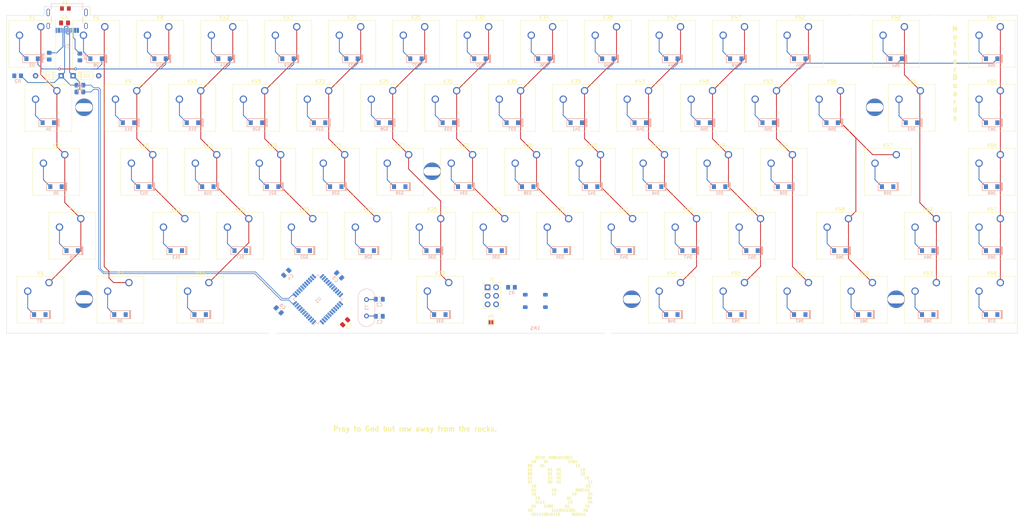
<source format=kicad_pcb>
(kicad_pcb (version 20211014) (generator pcbnew)
  (layers (0 "F.Cu" signal) (31 "B.Cu" signal) (34 "B.Paste" user) (35 "F.Paste" user) (36 "B.SilkS" user "B.Silkscreen") (37 "F.SilkS" user "F.Silkscreen") (38 "B.Mask" user) (39 "F.Mask" user) (44 "Edge.Cuts" user))
  (net 0 "")
  (net 1 "/Switch Matrix/COL0")
  (net 2 "Net-(D3-Pad2)")
  (net 3 "Net-(D4-Pad2)")
  (net 4 "Net-(D5-Pad2)")
  (net 5 "Net-(D6-Pad2)")
  (net 6 "Net-(D7-Pad2)")
  (net 7 "/Switch Matrix/COL1")
  (net 8 "Net-(D8-Pad2)")
  (net 9 "Net-(D9-Pad2)")
  (net 10 "/Switch Matrix/COL2")
  (net 11 "Net-(D10-Pad2)")
  (net 12 "Net-(D11-Pad2)")
  (net 13 "Net-(D12-Pad2)")
  (net 14 "Net-(D13-Pad2)")
  (net 15 "/Switch Matrix/COL3")
  (net 16 "Net-(D14-Pad2)")
  (net 17 "Net-(D15-Pad2)")
  (net 18 "Net-(D16-Pad2)")
  (net 19 "Net-(D17-Pad2)")
  (net 20 "Net-(D18-Pad2)")
  (net 21 "/Switch Matrix/COL4")
  (net 22 "Net-(D19-Pad2)")
  (net 23 "Net-(D20-Pad2)")
  (net 24 "Net-(D21-Pad2)")
  (net 25 "Net-(D22-Pad2)")
  (net 26 "/Switch Matrix/COL5")
  (net 27 "Net-(D23-Pad2)")
  (net 28 "Net-(D24-Pad2)")
  (net 29 "Net-(D25-Pad2)")
  (net 30 "Net-(D26-Pad2)")
  (net 31 "/Switch Matrix/COL6")
  (net 32 "Net-(D27-Pad2)")
  (net 33 "Net-(D28-Pad2)")
  (net 34 "Net-(D29-Pad2)")
  (net 35 "Net-(D30-Pad2)")
  (net 36 "Net-(D31-Pad2)")
  (net 37 "/Switch Matrix/COL7")
  (net 38 "Net-(D32-Pad2)")
  (net 39 "Net-(D33-Pad2)")
  (net 40 "Net-(D34-Pad2)")
  (net 41 "Net-(D35-Pad2)")
  (net 42 "/Switch Matrix/COL8")
  (net 43 "Net-(D36-Pad2)")
  (net 44 "Net-(D37-Pad2)")
  (net 45 "Net-(D38-Pad2)")
  (net 46 "Net-(D39-Pad2)")
  (net 47 "/Switch Matrix/COL9")
  (net 48 "Net-(D40-Pad2)")
  (net 49 "Net-(D41-Pad2)")
  (net 50 "Net-(D42-Pad2)")
  (net 51 "Net-(D43-Pad2)")
  (net 52 "/Switch Matrix/COL10")
  (net 53 "Net-(D44-Pad2)")
  (net 54 "Net-(D45-Pad2)")
  (net 55 "Net-(D46-Pad2)")
  (net 56 "Net-(D47-Pad2)")
  (net 57 "Net-(D48-Pad2)")
  (net 58 "/Switch Matrix/COL11")
  (net 59 "Net-(D49-Pad2)")
  (net 60 "Net-(D50-Pad2)")
  (net 61 "Net-(D51-Pad2)")
  (net 62 "Net-(D52-Pad2)")
  (net 63 "Net-(D53-Pad2)")
  (net 64 "/Switch Matrix/COL12")
  (net 65 "Net-(D54-Pad2)")
  (net 66 "Net-(D55-Pad2)")
  (net 67 "Net-(D56-Pad2)")
  (net 68 "Net-(D57-Pad2)")
  (net 69 "/Switch Matrix/COL13")
  (net 70 "Net-(D58-Pad2)")
  (net 71 "Net-(D59-Pad2)")
  (net 72 "Net-(D60-Pad2)")
  (net 73 "Net-(D61-Pad2)")
  (net 74 "/Switch Matrix/COL14")
  (net 75 "Net-(D62-Pad2)")
  (net 76 "Net-(D63-Pad2)")
  (net 77 "Net-(D64-Pad2)")
  (net 78 "Net-(D65-Pad2)")
  (net 79 "/Switch Matrix/COL15")
  (net 80 "Net-(D66-Pad2)")
  (net 81 "Net-(D67-Pad2)")
  (net 82 "Net-(D68-Pad2)")
  (net 83 "Net-(D69-Pad2)")
  (net 84 "Net-(D70-Pad2)")
  (net 85 "/MOSI")
  (net 86 "/MISO")
  (net 87 "/SCK")
  (net 88 "/RST")
  (net 89 "+5V")
  (net 90 "GND")
  (net 91 "Net-(C2-Pad1)")
  (net 92 "Net-(C1-Pad1)")
  (net 93 "Net-(J2-PadA4)")
  (net 95 "/D+")
  (net 96 "/D-")
  (net 99 "Net-(D1-Pad1)")
  (net 101 "Net-(D2-Pad1)")
  (net 102 "/Switch Matrix/ROW0")
  (net 103 "/Switch Matrix/ROW1")
  (net 104 "/Switch Matrix/ROW2")
  (net 105 "/Switch Matrix/ROW3")
  (net 106 "/Switch Matrix/ROW4")
  (net 107 "Net-(J2-PadA5)")
  (net 110 "Net-(J2-PadB5)")
  (net 112 "Net-(JP1-Pad1)")
  (footprint "Button_Switch_Keyboard:SW_Cherry_MX_1.00u_PCB" (layer "F.Cu") (at 174.4218 127.635)
    (fp_text reference "K22")
    (fp_text value "KEYSW")
  )
  (footprint "Button_Switch_Keyboard:SW_Cherry_MX_1.00u_PCB" (layer "F.Cu") (at 126.7968 108.585)
    (fp_text reference "K8")
    (fp_text value "KEYSW")
  )
  (footprint "Button_Switch_Keyboard:SW_Cherry_MX_1.00u_PCB" (layer "F.Cu") (at 245.872 165.735)
    (fp_text reference "K37")
    (fp_text value "KEYSW")
  )
  (footprint "Button_Switch_Keyboard:SW_Cherry_MX_1.00u_PCB" (layer "F.Cu") (at 169.672 165.735)
    (fp_text reference "K20")
    (fp_text value "KEYSW")
  )
  (footprint "Button_Switch_Keyboard:SW_Cherry_MX_1.00u_PCB" (layer "F.Cu") (at 307.7718 127.635)
    (fp_text reference "K53")
    (fp_text value "KEYSW")
  )
  (footprint "keyboard_parts:SOLDER_JUMPER_2" (layer "F.Cu") (at 222.758 196.596)
    (fp_text reference "JP1")
    (fp_text value "Bootloader Jumper" hide)
  )
  (footprint "Button_Switch_Keyboard:SW_Cherry_MX_1.00u_PCB" (layer "F.Cu") (at 283.972 165.735)
    (fp_text reference "K45")
    (fp_text value "KEYSW")
  )
  (footprint "Button_Switch_Keyboard:SW_Cherry_MX_1.00u_PCB" (layer "F.Cu") (at 198.2216 146.685)
    (fp_text reference "K27")
    (fp_text value "KEYSW")
  )
  (footprint "Button_Switch_Keyboard:SW_Cherry_MX_1.00u_PCB" (layer "F.Cu") (at 250.6218 127.635)
    (fp_text reference "K39")
    (fp_text value "KEYSW")
  )
  (footprint "Button_Switch_Keyboard:SW_Cherry_MX_1.00u_PCB" (layer "F.Cu") (at 202.9968 108.585)
    (fp_text reference "K25")
    (fp_text value "KEYSW")
  )
  (footprint "Button_Switch_Keyboard:SW_Cherry_MX_1.00u_PCB" (layer "F.Cu") (at 279.1968 108.585)
    (fp_text reference "K42")
    (fp_text value "KEYSW")
  )
  (footprint "keyboard_parts:M2 Mounting Hole" (layer "F.Cu") (at 343.408 189.738)
    (fp_text reference "REF**" hide)
    (fp_text value "M2 Mounting Hole" hide)
  )
  (footprint "Button_Switch_Keyboard:SW_Cherry_MX_1.00u_PCB" (layer "F.Cu") (at 269.6718 127.635)
    (fp_text reference "K43")
    (fp_text value "KEYSW")
  )
  (footprint "Button_Switch_Keyboard:SW_Cherry_MX_1.00u_PCB" (layer "F.Cu") (at 260.1468 108.585)
    (fp_text reference "K38")
    (fp_text value "KEYSW")
  )
  (footprint "Button_Switch_Keyboard:SW_Cherry_MX_1.00u_PCB" (layer "F.Cu") (at 131.572 165.735)
    (fp_text reference "K11")
    (fp_text value "KEYSW")
  )
  (footprint "Button_Switch_Keyboard:SW_Cherry_MX_2.00u_PCB" (layer "F.Cu") (at 345.8718 108.585)
    (fp_text reference "K60")
    (fp_text value "KEYSW")
  )
  (footprint "Button_Switch_Keyboard:SW_Cherry_MX_1.00u_PCB" (layer "F.Cu") (at 241.0968 108.585)
    (fp_text reference "K34")
    (fp_text value "KEYSW")
  )
  (footprint "Button_Switch_Keyboard:SW_Cherry_MX_1.00u_PCB" (layer "F.Cu") (at 336.3468 184.785)
    (fp_text reference "K59")
    (fp_text value "KEYSW")
  )
  (footprint "Button_Switch_Keyboard:SW_Cherry_MX_1.25u_PCB" (layer "F.Cu") (at 114.9343 184.785)
    (fp_text reference "K7")
    (fp_text value "KEYSW")
  )
  (footprint "Fuse:Fuse_0805_2012Metric_Pad1.15x1.40mm_HandSolder" (layer "F.Cu") (at 96.012 103.124)
    (fp_text reference "F1")
    (fp_text value "500mA")
  )
  (footprint "Button_Switch_Keyboard:SW_Cherry_MX_1.00u_PCB" (layer "F.Cu") (at 298.2468 108.585)
    (fp_text reference "K47")
    (fp_text value "KEYSW")
  )
  (footprint "Button_Switch_Keyboard:SW_Cherry_MX_1.00u_PCB" (layer "F.Cu") (at 312.5216 146.685)
    (fp_text reference "K54")
    (fp_text value "KEYSW")
  )
  (footprint "Button_Switch_Keyboard:SW_Cherry_MX_2.25u_PCB" (layer "F.Cu") (at 100.5993 165.7246)
    (fp_text reference "K4")
    (fp_text value "KEYSW")
  )
  (footprint "Button_Switch_Keyboard:SW_Cherry_MX_2.25u_PCB" (layer "F.Cu") (at 343.4716 146.685)
    (fp_text reference "K57")
    (fp_text value "KEYSW")
  )
  (footprint "Button_Switch_Keyboard:SW_Cherry_MX_1.00u_PCB" (layer "F.Cu") (at 279.1968 184.785)
    (fp_text reference "K46")
    (fp_text value "KEYSW")
  )
  (footprint "Button_Switch_Keyboard:SW_Cherry_MX_1.00u_PCB" (layer "F.Cu") (at 374.4468 127.635)
    (fp_text reference "K65")
    (fp_text value "KEYSW")
  )
  (footprint "Button_Switch_Keyboard:SW_Cherry_MX_1.00u_PCB" (layer "F.Cu") (at 222.0468 108.585)
    (fp_text reference "K30")
    (fp_text value "KEYSW")
  )
  (footprint "Button_Switch_Keyboard:SW_Cherry_MX_1.00u_PCB" (layer "F.Cu") (at 274.4216 146.685)
    (fp_text reference "K44")
    (fp_text value "KEYSW")
  )
  (footprint "Button_Switch_Keyboard:SW_Cherry_MX_1.00u_PCB" (layer "F.Cu") (at 160.1216 146.685)
    (fp_text reference "K19")
    (fp_text value "KEYSW")
  )
  (footprint "Button_Switch_Keyboard:SW_Cherry_MX_1.50u_PCB" (layer "F.Cu") (at 350.6216 127.635)
    (fp_text reference "K61")
    (fp_text value "KEYSW")
  )
  (footprint "Button_Switch_Keyboard:SW_Cherry_MX_1.00u_PCB" (layer "F.Cu") (at 374.4468 108.585)
    (fp_text reference "K64")
    (fp_text value "KEYSW")
  )
  (footprint "keyboard_parts:M2 Mounting Hole" (layer "F.Cu") (at 337.058 132.588)
    (fp_text reference "REF**" hide)
    (fp_text value "M2 Mounting Hole" hide)
  )
  (footprint "Button_Switch_Keyboard:SW_Cherry_MX_1.00u_PCB" (layer "F.Cu") (at 374.4468 165.735)
    (fp_text reference "K67")
    (fp_text value "KEYSW")
  )
  (footprint "Button_Switch_Keyboard:SW_Cherry_MX_1.00u_PCB" (layer "F.Cu") (at 303.022 165.735)
    (fp_text reference "K50")
    (fp_text value "KEYSW")
  )
  (footprint "Button_Switch_Keyboard:SW_Cherry_MX_1.25u_PCB" (layer "F.Cu") (at 138.73805 184.785)
    (fp_text reference "K16")
    (fp_text value "KEYSW")
  )
  (footprint "keyboard_parts:M2 Mounting Hole" (layer "F.Cu") (at 264.668 189.738)
    (fp_text reference "REF**" hide)
    (fp_text value "M2 Mounting Hole" hide)
  )
  (footprint "Diode_THT:D_DO-35_SOD27_P7.62mm_Horizontal" (layer "F.Cu") (at 94.742 123.19 180)
    (fp_text reference "D1")
    (fp_text value "3.6V")
  )
  (footprint "Button_Switch_Keyboard:SW_Cherry_MX_1.75u_PCB" (layer "F.Cu") (at 95.81805 146.685)
    (fp_text reference "K3")
    (fp_text value "KEYSW")
  )
  (footprint "Button_Switch_Keyboard:SW_Cherry_MX_1.00u_PCB" (layer "F.Cu") (at 264.922 165.735)
    (fp_text reference "K41")
    (fp_text value "KEYSW")
  )
  (footprint "Button_Switch_Keyboard:SW_Cherry_MX_1.00u_PCB" (layer "F.Cu") (at 317.2968 184.785)
    (fp_text reference "K55")
    (fp_text value "KEYSW")
  )
  (footprint "Button_Switch_Keyboard:SW_Cherry_MX_1.00u_PCB" (layer "F.Cu") (at 136.3218 127.635)
    (fp_text reference "K13")
    (fp_text value "KEYSW")
  )
  (footprint "Button_Switch_Keyboard:SW_Cherry_MX_1.00u_PCB" (layer "F.Cu") (at 150.622 165.735)
    (fp_text reference "K15")
    (fp_text value "KEYSW")
  )
  (footprint "Button_Switch_Keyboard:SW_Cherry_MX_1.00u_PCB" (layer "F.Cu") (at 255.3716 146.685)
    (fp_text reference "K40")
    (fp_text value "KEYSW")
  )
  (footprint "Button_Switch_Keyboard:SW_Cherry_MX_1.00u_PCB" (layer "F.Cu") (at 155.3718 127.635)
    (fp_text reference "K18")
    (fp_text value "KEYSW")
  )
  (footprint "Button_Switch_Keyboard:SW_Cherry_MX_1.50u_PCB" (layer "F.Cu") (at 93.472 127.635)
    (fp_text reference "K2")
    (fp_text value "KEYSW")
  )
  (footprint "Button_Switch_Keyboard:SW_Cherry_MX_1.00u_PCB" (layer "F.Cu") (at 231.5718 127.635)
    (fp_text reference "K35")
    (fp_text value "KEYSW")
  )
  (footprint "Button_Switch_Keyboard:SW_Cherry_MX_1.00u_PCB" (layer "F.Cu") (at 164.8968 108.585)
    (fp_text reference "K17")
    (fp_text value "KEYSW")
  )
  (footprint "Button_Switch_Keyboard:SW_Cherry_MX_1.00u_PCB" (layer "F.Cu") (at 317.2968 108.585)
    (fp_text reference "K52")
    (fp_text value "KEYSW")
  )
  (footprint "Button_Switch_Keyboard:SW_Cherry_MX_1.00u_PCB" (layer "F.Cu") (at 88.6968 108.585)
    (fp_text reference "K1")
    (fp_text value "KEYSW")
  )
  (footprint "Button_Switch_Keyboard:SW_Cherry_MX_1.00u_PCB" (layer "F.Cu") (at 179.1716 146.685)
    (fp_text reference "K23")
    (fp_text value "KEYSW")
  )
  (footprint "Button_Switch_Keyboard:SW_Cherry_MX_1.00u_PCB" (layer "F.Cu") (at 145.8468 108.585)
    (fp_text reference "K12")
    (fp_text value "KEYSW")
  )
  (footprint "Connector_PinHeader_2.54mm:PinHeader_2x03_P2.54mm_Vertical" (layer "F.Cu") (at 221.742 186.182)
    (fp_text reference "J1")
    (fp_text value "ISP Headers")
  )
  (footprint "Button_Switch_Keyboard:SW_Cherry_MX_6.25u_PCB" (layer "F.Cu") (at 210.1618 184.7746)
    (fp_text reference "K29")
    (fp_text value "KEYSW")
  )
  (footprint "keyboard_parts:M2 Mounting Hole" (layer "F.Cu") (at 101.6 189.738)
    (fp_text reference "REF**" hide)
    (fp_text value "M2 Mounting Hole" hide)
  )
  (footprint "Button_Switch_Keyboard:SW_Cherry_MX_1.00u_PCB" (layer "F.Cu") (at 374.4468 146.685)
    (fp_text reference "K66")
    (fp_text value "KEYSW")
  )
  (footprint "Button_Switch_Keyboard:SW_Cherry_MX_1.00u_PCB" (layer "F.Cu") (at 326.8218 127.635)
    (fp_text reference "K56")
    (fp_text value "KEYSW")
  )
  (footprint "Capacitor_SMD:C_0805_2012Metric_Pad1.18x1.45mm_HandSolder" (layer "F.Cu") (at 95.758 107.442)
    (fp_text reference "C5")
    (fp_text value "4.7u")
  )
  (footprint "Button_Switch_Keyboard:SW_Cherry_MX_1.00u_PCB" (layer "F.Cu") (at 188.722 165.735)
    (fp_text reference "K24")
    (fp_text value "KEYSW")
  )
  (footprint "Button_Switch_Keyboard:SW_Cherry_MX_1.00u_PCB" (layer "F.Cu") (at 288.7218 127.635)
    (fp_text reference "K48")
    (fp_text value "KEYSW")
  )
  (footprint "Button_Switch_Keyboard:SW_Cherry_MX_1.00u_PCB" (layer "F.Cu") (at 293.4716 146.685)
    (fp_text reference "K49")
    (fp_text value "KEYSW")
  )
  (footprint "keyboard_parts:M2 Mounting Hole" (layer "F.Cu") (at 205.232 151.638)
    (fp_text reference "REF**" hide)
    (fp_text value "M2 Mounting Hole" hide)
  )
  (footprint "keyboard_parts:M2 Mounting Hole" (layer "F.Cu") (at 101.6 132.588)
    (fp_text reference "REF**" hide)
    (fp_text value "M2 Mounting Hole" hide)
  )
  (footprint "Button_Switch_Keyboard:SW_Cherry_MX_1.00u_PCB" (layer "F.Cu") (at 122.0216 146.685)
    (fp_text reference "K10")
    (fp_text value "KEYSW")
  )
  (footprint "Button_Switch_Keyboard:SW_Cherry_MX_1.75u_PCB" (layer "F.Cu") (at 329.2094 165.735)
    (fp_text reference "K58")
    (fp_text value "KEYSW")
  )
  (footprint "Button_Switch_Keyboard:SW_Cherry_MX_1.00u_PCB" (layer "F.Cu") (at 226.822 165.735)
    (fp_text reference "K33")
    (fp_text value "KEYSW")
  )
  (footprint "Button_Switch_Keyboard:SW_Cherry_MX_1.00u_PCB" (layer "F.Cu") (at 183.9468 108.585)
    (fp_text reference "K21")
    (fp_text value "KEYSW")
  )
  (footprint "Capacitor_SMD:C_0805_2012Metric_Pad1.18x1.45mm_HandSolder" (layer "F.Cu") (at 179.324 196.596 -135)
    (fp_text reference "C7")
    (fp_text value "0.1u")
  )
  (footprint "Button_Switch_Keyboard:SW_Cherry_MX_1.00u_PCB" (layer "F.Cu") (at 355.3968 165.735)
    (fp_text reference "K62")
    (fp_text value "KEYSW")
  )
  (footprint "Diode_THT:D_DO-35_SOD27_P7.62mm_Horizontal" (layer "F.Cu") (at 98.298 123.19)
    (fp_text reference "D2")
    (fp_text value "3.6V")
  )
  (footprint "Button_Switch_Keyboard:SW_Cherry_MX_1.00u_PCB" (layer "F.Cu") (at 355.3968 184.785)
    (fp_text reference "K63")
    (fp_text value "KEYSW")
  )
  (footprint "Button_Switch_Keyboard:SW_Cherry_MX_1.00u_PCB" (layer "F.Cu") (at 236.3216 146.685)
    (fp_text reference "K36")
    (fp_text value "KEYSW")
  )
  (footprint "Button_Switch_Keyboard:SW_Cherry_MX_1.00u_PCB" (layer "F.Cu") (at 207.772 165.735)
    (fp_text reference "K28")
    (fp_text value "KEYSW")
  )
  (footprint "Button_Switch_Keyboard:SW_Cherry_MX_1.00u_PCB" (layer "F.Cu") (at 217.2716 146.685)
    (fp_text reference "K32")
    (fp_text value "KEYSW")
  )
  (footprint "Button_Switch_Keyboard:SW_Cherry_MX_1.25u_PCB" (layer "F.Cu") (at 91.13055 184.785)
    (fp_text reference "K5")
    (fp_text value "KEYSW")
  )
  (footprint "Button_Switch_Keyboard:SW_Cherry_MX_1.00u_PCB" (layer "F.Cu") (at 212.5218 127.635)
    (fp_text reference "K31")
    (fp_text value "KEYSW")
  )
  (footprint "Button_Switch_Keyboard:SW_Cherry_MX_1.00u_PCB" (layer "F.Cu") (at 107.7468 108.585)
    (fp_text reference "K6")
    (fp_text value "KEYSW")
  )
  (footprint "Button_Switch_Keyboard:SW_Cherry_MX_1.00u_PCB" (layer "F.Cu") (at 141.0716 146.685)
    (fp_text reference "K14")
    (fp_text value "KEYSW")
  )
  (footprint "Button_Switch_Keyboard:SW_Cherry_MX_1.00u_PCB" (layer "F.Cu") (at 193.4718 127.635)
    (fp_text reference "K26")
    (fp_text value "KEYSW")
  )
  (footprint "Button_Switch_Keyboard:SW_Cherry_MX_1.00u_PCB" (layer "F.Cu") (at 374.4468 184.785)
    (fp_text reference "K68")
    (fp_text value "KEYSW")
  )
  (footprint "Button_Switch_Keyboard:SW_Cherry_MX_1.00u_PCB" (layer "F.Cu") (at 117.2718 127.635)
    (fp_text reference "K9")
    (fp_text value "KEYSW")
  )
  (footprint "Button_Switch_Keyboard:SW_Cherry_MX_1.00u_PCB" (layer "F.Cu") (at 298.2468 184.785)
    (fp_text reference "K51")
    (fp_text value "KEYSW")
  )
  (footprint "keyboard_parts:D_SOD123W_hand" (layer "B.Cu") (at 295.656 194.31 180)
    (fp_text reference "D53")
    (fp_text value "D" hide)
  )
  (footprint "keyboard_parts:D_SOD123W_hand" (layer "B.Cu") (at 252.73 156.21 180)
    (fp_text reference "D42")
    (fp_text value "D" hide)
  )
  (footprint "keyboard_parts:D_SOD123W_hand" (layer "B.Cu") (at 371.856 137.16 180)
    (fp_text reference "D67")
    (fp_text value "D" hide)
  )
  (footprint "keyboard_parts:D_SOD123W_hand" (layer "B.Cu") (at 124.206 118.11 180)
    (fp_text reference "D10")
    (fp_text value "D" hide)
  )
  (footprint "Resistor_SMD:R_0805_2012Metric_Pad1.20x1.40mm_HandSolder" (layer "B.Cu") (at 100.33 128.016 180)
    (fp_text reference "R4")
    (fp_text value "68")
  )
  (footprint "keyboard_parts:D_SOD123W_hand" (layer "B.Cu") (at 86.106 118.11 180)
    (fp_text reference "D3")
    (fp_text value "D" hide)
  )
  (footprint "keyboard_parts:D_SOD123W_hand" (layer "B.Cu") (at 176.53 156.21 180)
    (fp_text reference "D25")
    (fp_text value "D" hide)
  )
  (footprint "keyboard_parts:D_SOD123W_hand" (layer "B.Cu") (at 305.308 137.16 180)
    (fp_text reference "D55")
    (fp_text value "D" hide)
  )
  (footprint "keyboard_parts:D_SOD123W_hand" (layer "B.Cu") (at 324.358 137.16 180)
    (fp_text reference "D58")
    (fp_text value "D" hide)
  )
  (footprint "keyboard_parts:D_SOD123W_hand" (layer "B.Cu") (at 88.392 194.31 180)
    (fp_text reference "D7")
    (fp_text value "D" hide)
  )
  (footprint "Resistor_SMD:R_0805_2012Metric_Pad1.20x1.40mm_HandSolder" (layer "B.Cu") (at 81.788 123.19)
    (fp_text reference "R2")
    (fp_text value "1.5k")
  )
  (footprint "Capacitor_SMD:C_0805_2012Metric_Pad1.18x1.45mm_HandSolder" (layer "B.Cu") (at 189.484 194.818)
    (fp_text reference "C1")
    (fp_text value "22p")
  )
  (footprint "keyboard_parts:D_SOD123W_hand" (layer "B.Cu") (at 276.606 194.31 180)
    (fp_text reference "D48")
    (fp_text value "D" hide)
  )
  (footprint "Capacitor_SMD:C_0805_2012Metric_Pad1.18x1.45mm_HandSolder" (layer "B.Cu") (at 177.546 182.626 -45)
    (fp_text reference "C3")
    (fp_text value "0.1u")
  )
  (footprint "keyboard_parts:D_SOD123W_hand" (layer "B.Cu") (at 162.306 118.11 180)
    (fp_text reference "D19")
    (fp_text value "D" hide)
  )
  (footprint "keyboard_parts:D_SOD123W_hand" (layer "B.Cu") (at 105.156 118.11 180)
    (fp_text reference "D8")
    (fp_text value "D" hide)
  )
  (footprint "keyboard_parts:D_SOD123W_hand" (layer "B.Cu") (at 371.856 194.31 180)
    (fp_text reference "D70")
    (fp_text value "D" hide)
  )
  (footprint "keyboard_parts:D_SOD123W_hand" (layer "B.Cu") (at 90.932 137.16 180)
    (fp_text reference "D4")
    (fp_text value "D" hide)
  )
  (footprint "keyboard_parts:D_SOD123W_hand" (layer "B.Cu") (at 309.88 156.21 180)
    (fp_text reference "D56")
    (fp_text value "D" hide)
  )
  (footprint "keyboard_parts:D_SOD123W_hand" (layer "B.Cu") (at 340.868 156.21 180)
    (fp_text reference "D59")
    (fp_text value "D" hide)
  )
  (footprint "Resistor_SMD:R_0805_2012Metric_Pad1.20x1.40mm_HandSolder" (layer "B.Cu") (at 91.186 117.348 -90)
    (fp_text reference "R5")
    (fp_text value "5.1k")
  )
  (footprint "keyboard_parts:D_SOD123W_hand" (layer "B.Cu") (at 248.158 137.16 180)
    (fp_text reference "D41")
    (fp_text value "D" hide)
  )
  (footprint "Capacitor_SMD:C_0805_2012Metric_Pad1.18x1.45mm_HandSolder" (layer "B.Cu") (at 189.484 189.738)
    (fp_text reference "C2")
    (fp_text value "22p")
  )
  (footprint "keyboard_parts:D_SOD123W_hand" (layer "B.Cu") (at 229.108 137.16 180)
    (fp_text reference "D37")
    (fp_text value "D" hide)
  )
  (footprint "keyboard_parts:D_SOD123W_hand" (layer "B.Cu") (at 200.406 118.11 180)
    (fp_text reference "D27")
    (fp_text value "D" hide)
  )
  (footprint "keyboard_parts:D_SOD123W_hand" (layer "B.Cu") (at 210.058 137.16 180)
    (fp_text reference "D33")
    (fp_text value "D" hide)
  )
  (footprint "keyboard_parts:D_SOD123W_hand" (layer "B.Cu") (at 352.806 194.31 180)
    (fp_text reference "D65")
    (fp_text value "D" hide)
  )
  (footprint "Capacitor_SMD:C_0805_2012Metric_Pad1.18x1.45mm_HandSolder" (layer "B.Cu") (at 159.512 193.04 135)
    (fp_text reference "C6")
    (fp_text value "0.1u")
  )
  (footprint "keyboard_parts:D_SOD123W_hand" (layer "B.Cu") (at 214.63 156.21 180)
    (fp_text reference "D34")
    (fp_text value "D" hide)
  )
  (footprint "keyboard_parts:D_SOD123W_hand" (layer "B.Cu") (at 171.704 137.16 180)
    (fp_text reference "D24")
    (fp_text value "D" hide)
  )
  (footprint "keyboard_parts:D_SOD123W_hand" (layer "B.Cu") (at 352.806 175.26 180)
    (fp_text reference "D64")
    (fp_text value "D" hide)
  )
  (footprint "keyboard_parts:D_SOD123W_hand" (layer "B.Cu") (at 136.144 194.31 180)
    (fp_text reference "D18")
    (fp_text value "D" hide)
  )
  (footprint "keyboard_parts:D_SOD123W_hand" (layer "B.Cu") (at 333.756 194.31 180)
    (fp_text reference "D61")
    (fp_text value "D" hide)
  )
  (footprint "keyboard_parts:D_SOD123W_hand" (layer "B.Cu") (at 347.98 137.16 180)
    (fp_text reference "D63")
    (fp_text value "D" hide)
  )
  (footprint "keyboard_parts:D_SOD123W_hand" (layer "B.Cu") (at 371.856 156.21 180)
    (fp_text reference "D68")
    (fp_text value "D" hide)
  )
  (footprint "keyboard_parts:D_SOD123W_hand" (layer "B.Cu") (at 233.68 156.21 180)
    (fp_text reference "D38")
    (fp_text value "D" hide)
  )
  (footprint "keyboard_parts:D_SOD123W_hand" (layer "B.Cu") (at 276.606 118.11 180)
    (fp_text reference "D44")
    (fp_text value "D" hide)
  )
  (footprint "keyboard_parts:D_SOD123W_hand" (layer "B.Cu") (at 119.38 156.21 180)
    (fp_text reference "D12")
    (fp_text value "D" hide)
  )
  (footprint "keyboard_parts:D_SOD123W_hand" (layer "B.Cu") (at 314.706 118.11 180)
    (fp_text reference "D54")
    (fp_text value "D" hide)
  )
  (footprint "keyboard_parts:D_SOD123W_hand" (layer "B.Cu") (at 98.044 175.26 180)
    (fp_text reference "D6")
    (fp_text value "D" hide)
  )
  (footprint "Resistor_SMD:R_0805_2012Metric_Pad1.20x1.40mm_HandSolder" (layer "B.Cu") (at 100.33 117.602 90)
    (fp_text reference "R6")
    (fp_text value "5.1k")
  )
  (footprint "keyboard_parts:D_SOD123W_hand" (layer "B.Cu") (at 195.58 156.21 180)
    (fp_text reference "D29")
    (fp_text value "D" hide)
  )
  (footprint "keyboard_parts:D_SOD123W_hand" (layer "B.Cu") (at 238.506 118.11 180)
    (fp_text reference "D36")
    (fp_text value "D" hide)
  )
  (footprint "keyboard_parts:D_SOD123W_hand" (layer "B.Cu") (at 243.332 175.26 180)
    (fp_text reference "D39")
    (fp_text value "D" hide)
  )
  (footprint "keyboard_parts:D_SOD123W_hand" (layer "B.Cu") (at 143.256 118.11 180)
    (fp_text reference "D14")
    (fp_text value "D" hide)
  )
  (footprint "keyboard_parts:D_SOD123W_hand" (layer "B.Cu") (at 286.258 137.16 180)
    (fp_text reference "D50")
    (fp_text value "D" hide)
  )
  (footprint "keyboard_parts:D_SOD123W_hand" (layer "B.Cu") (at 93.218 156.21 180)
    (fp_text reference "D5")
    (fp_text value "D" hide)
  )
  (footprint "keyboard_parts:D_SOD123W_hand" (layer "B.Cu") (at 257.556 118.11 180)
    (fp_text reference "D40")
    (fp_text value "D" hide)
  )
  (footprint "keyboard_parts:D_SOD123W_hand" (layer "B.Cu") (at 112.268 194.31 180)
    (fp_text reference "D9")
    (fp_text value "D" hide)
  )
  (footprint "keyboard_parts:USB_C_2169900002" (layer "B.Cu") (at 96.52 104.182)
    (fp_text reference "J2")
    (fp_text value "USB C Port")
  )
  (footprint "keyboard_parts:D_SOD123W_hand" (layer "B.Cu") (at 224.282 175.26 180)
    (fp_text reference "D35")
    (fp_text value "D" hide)
  )
  (footprint "keyboard_parts:Clock_THT" (layer "B.Cu") (at 185.674 192.278 -90)
    (fp_text reference "Y1")
    (fp_text value "16MHz")
  )
  (footprint "keyboard_parts:D_SOD123W_hand" (layer "B.Cu") (at 314.706 194.31 180)
    (fp_text reference "D57")
    (fp_text value "D" hide)
  )
  (footprint "keyboard_parts:D_SOD123W_hand" (layer "B.Cu") (at 138.43 156.21 180)
    (fp_text reference "D16")
    (fp_text value "D" hide)
  )
  (footprint "Package_QFP:TQFP-44_10x10mm_P0.8mm" (layer "B.Cu") (at 171.196 189.738 45)
    (fp_text reference "U1")
    (fp_text value "ATmega32A-A")
  )
  (footprint "keyboard_parts:D_SOD123W_hand" (layer "B.Cu") (at 157.734 156.21 180)
    (fp_text reference "D21")
    (fp_text value "D" hide)
  )
  (footprint "keyboard_parts:D_SOD123W_hand" (layer "B.Cu") (at 290.83 156.21 180)
    (fp_text reference "D51")
    (fp_text value "D" hide)
  )
  (footprint "Resistor_SMD:R_0805_2012Metric_Pad1.20x1.40mm_HandSolder" (layer "B.Cu") (at 228.854 186.182)
    (fp_text reference "R1")
    (fp_text value "10k")
  )
  (footprint "keyboard_parts:D_SOD123W_hand" (layer "B.Cu") (at 295.656 118.11 180)
    (fp_text reference "D49")
    (fp_text value "D" hide)
  )
  (footprint "keyboard_parts:D_SOD123W_hand" (layer "B.Cu") (at 371.856 175.26 180)
    (fp_text reference "D69")
    (fp_text value "D" hide)
  )
  (footprint "keyboard_parts:D_SOD123W_hand" (layer "B.Cu") (at 129.032 175.26 180)
    (fp_text reference "D13")
    (fp_text value "D" hide)
  )
  (footprint "keyboard_parts:Pushbutton_PTS526" (layer "B.Cu") (at 235.966 190.246)
    (fp_text reference "SW1")
    (fp_text value "Reset SW")
  )
  (footprint "keyboard_parts:D_SOD123W_hand" (layer "B.Cu") (at 205.232 175.26 180)
    (fp_text reference "D30")
    (fp_text value "D" hide)
  )
  (footprint "keyboard_parts:D_SOD123W_hand" (layer "B.Cu") (at 114.808 137.16 180)
    (fp_text reference "D11")
    (fp_text value "D" hide)
  )
  (footprint "keyboard_parts:D_SOD123W_hand" (layer "B.Cu") (at 262.382 175.26 180)
    (fp_text reference "D43")
    (fp_text value "D" hide)
  )
  (footprint "keyboard_parts:D_SOD123W_hand" (layer "B.Cu") (at 281.432 175.26 180)
    (fp_text reference "D47")
    (fp_text value "D" hide)
  )
  (footprint "keyboard_parts:D_SOD123W_hand" (layer "B.Cu") (at 343.408 118.11 180)
    (fp_text reference "D62")
    (fp_text value "D" hide)
  )
  (footprint "keyboard_parts:D_SOD123W_hand" (layer "B.Cu") (at 326.644 175.26 180)
    (fp_text reference "D60")
    (fp_text value "D" hide)
  )
  (footprint "keyboard_parts:D_SOD123W_hand" (layer "B.Cu") (at 271.78 156.21 180)
    (fp_text reference "D46")
    (fp_text value "D" hide)
  )
  (footprint "Capacitor_SMD:C_0805_2012Metric_Pad1.18x1.45mm_HandSolder" (layer "B.Cu") (at 161.798 181.864 45)
    (fp_text reference "C4")
    (fp_text value "0.1u")
  )
  (footprint "keyboard_parts:D_SOD123W_hand" (layer "B.Cu") (at 167.132 175.26 180)
    (fp_text reference "D22")
    (fp_text value "D" hide)
  )
  (footprint "keyboard_parts:D_SOD123W_hand" (layer "B.Cu") (at 186.182 175.26 180)
    (fp_text reference "D26")
    (fp_text value "D" hide)
  )
  (footprint "keyboard_parts:D_SOD123W_hand" (layer "B.Cu") (at 191.008 137.16 180)
    (fp_text reference "D28")
    (fp_text value "D" hide)
  )
  (footprint "keyboard_parts:D_SOD123W_hand" (layer "B.Cu") (at 181.356 118.11 180)
    (fp_text reference "D23")
    (fp_text value "D" hide)
  )
  (footprint "keyboard_parts:D_SOD123W_hand" (layer "B.Cu") (at 207.518 194.31 180)
    (fp_text reference "D31")
    (fp_text value "D" hide)
  )
  (footprint "keyboard_parts:D_SOD123W_hand" (layer "B.Cu") (at 152.908 137.16 180)
    (fp_text reference "D20")
    (fp_text value "D" hide)
  )
  (footprint "keyboard_parts:D_SOD123W_hand" (layer "B.Cu") (at 133.858 137.16 180)
    (fp_text reference "D15")
    (fp_text value "D" hide)
  )
  (footprint "keyboard_parts:D_SOD123W_hand" (layer "B.Cu") (at 371.856 118.11 180)
    (fp_text reference "D66")
    (fp_text value "D" hide)
  )
  (footprint "keyboard_parts:D_SOD123W_hand" (layer "B.Cu") (at 300.482 175.26 180)
    (fp_text reference "D52")
    (fp_text value "D" hide)
  )
  (footprint "keyboard_parts:D_SOD123W_hand" (layer "B.Cu") (at 267.208 137.16 180)
    (fp_text reference "D45")
    (fp_text value "D" hide)
  )
  (footprint "Resistor_SMD:R_0805_2012Metric_Pad1.20x1.40mm_HandSolder" (layer "B.Cu") (at 100.33 125.984)
    (fp_text reference "R3")
    (fp_text value "68")
  )
  (footprint "keyboard_parts:D_SOD123W_hand" (layer "B.Cu") (at 148.082 175.26 180)
    (fp_text reference "D17")
    (fp_text value "D" hide)
  )
  (footprint "keyboard_parts:D_SOD123W_hand" (layer "B.Cu") (at 219.456 118.11 180)
    (fp_text reference "D32")
    (fp_text value "D" hide)
  )
  (gr_line (start 78.486 105.152) (end 78.486 199.898) (layer "Edge.Cuts") (width 0.1))
  (gr_line (start 89.662 102.616) (end 89.662 105.156) (layer "Edge.Cuts") (width 0.1))
  (gr_line (start 89.662 105.156) (end 78.486 105.152) (layer "Edge.Cuts") (width 0.1))
  (gr_line (start 103.378 102.616) (end 89.662 102.616) (layer "Edge.Cuts") (width 0.1))
  (gr_line (start 78.486 199.898) (end 379.486 199.898) (layer "Edge.Cuts") (width 0.1))
  (gr_line (start 103.378 105.156) (end 103.378 102.616) (layer "Edge.Cuts") (width 0.1))
  (gr_line (start 103.378 105.156) (end 379.486 105.152) (layer "Edge.Cuts") (width 0.1))
  (gr_line (start 379.486 199.898) (end 379.486 105.152) (layer "Edge.Cuts") (width 0.1))
  (gr_text "          0110  0001011011\n        10    01          1001\n      00    01                11\n      10        01  01          10\n      00        01  01          10\n      11        10  01            10\n      01        00  01              11\n        10                          01\n        01        10          000101\n        10        11        10      01\n          10              01        00\n          0111            10        01\n        01    1000      01        01\n      10          1110011001    00\n        011110010110      000101" (at 230.124 245.364) (layer "F.SilkS") (effects (font (size 0.75 0.75) (thickness 0.1875)) (justify left)))
  (gr_text "Pray to God but row away from the rocks.\n" (at 200.152 228.346) (layer "F.SilkS") (effects (font (size 1.5 1.5) (thickness 0.3))))
  (gr_text "M\no\nt\nh\ne\nr\nB\no\na\nr\nd\ns" (at 360.934 122.428) (layer "F.SilkS") (effects (font (size 1.5 1.5) (thickness 0.3))))
  (segment (start 93.472 144.33895) (end 95.81805 146.685) (width 0.25) (layer "F.Cu") (net 1))
  (segment (start 95.81805 160.94335) (end 100.5993 165.7246) (width 0.25) (layer "F.Cu") (net 1))
  (segment (start 93.472 127.635) (end 93.472 144.33895) (width 0.25) (layer "F.Cu") (net 1))
  (segment (start 100.5993 165.7246) (end 100.5993 175.31625) (width 0.25) (layer "F.Cu") (net 1))
  (segment (start 100.5993 175.31625) (end 91.13055 184.785) (width 0.25) (layer "F.Cu") (net 1))
  (segment (start 88.6968 108.585) (end 88.6968 122.8598) (width 0.25) (layer "F.Cu") (net 1))
  (segment (start 88.6968 122.8598) (end 93.472 127.635) (width 0.25) (layer "F.Cu") (net 1))
  (segment (start 95.81805 146.685) (end 95.81805 160.94335) (width 0.25) (layer "F.Cu") (net 1))
  (segment (start 82.3468 111.125) (end 82.3468 116.0508) (width 0.25) (layer "B.Cu") (net 2))
  (segment (start 82.3468 116.0508) (end 84.406 118.11) (width 0.25) (layer "B.Cu") (net 2))
  (segment (start 87.122 135.05) (end 89.232 137.16) (width 0.25) (layer "B.Cu") (net 3))
  (segment (start 87.122 130.175) (end 87.122 135.05) (width 0.25) (layer "B.Cu") (net 3))
  (segment (start 89.46805 154.16005) (end 91.518 156.21) (width 0.25) (layer "B.Cu") (net 4))
  (segment (start 89.46805 149.225) (end 89.46805 154.16005) (width 0.25) (layer "B.Cu") (net 4))
  (segment (start 94.2493 168.2646) (end 94.2493 173.1653) (width 0.25) (layer "B.Cu") (net 5))
  (segment (start 94.2493 173.1653) (end 96.344 175.26) (width 0.25) (layer "B.Cu") (net 5))
  (segment (start 84.78055 192.39855) (end 86.692 194.31) (width 0.25) (layer "B.Cu") (net 6))
  (segment (start 84.78055 187.325) (end 84.78055 192.39855) (width 0.25) (layer "B.Cu") (net 6))
  (segment (start 107.584779 180.02816) (end 108.966 181.409382) (width 0.25) (layer "F.Cu") (net 7))
  (segment (start 107.584779 108.747021) (end 107.584779 180.02816) (width 0.25) (layer "F.Cu") (net 7))
  (segment (start 108.966 183.388) (end 110.363 184.785) (width 0.25) (layer "F.Cu") (net 7))
  (segment (start 107.7468 108.585) (end 107.584779 108.747021) (width 0.25) (layer "F.Cu") (net 7))
  (segment (start 110.363 184.785) (end 114.9343 184.785) (width 0.25) (layer "F.Cu") (net 7))
  (segment (start 108.966 181.409382) (end 108.966 183.388) (width 0.25) (layer "F.Cu") (net 7))
  (segment (start 101.3968 111.125) (end 101.3968 116.0508) (width 0.25) (layer "B.Cu") (net 8))
  (segment (start 101.3968 116.0508) (end 103.456 118.11) (width 0.25) (layer "B.Cu") (net 8))
  (segment (start 108.5843 187.325) (end 108.5843 192.3263) (width 0.25) (layer "B.Cu") (net 9))
  (segment (start 108.5843 192.3263) (end 110.568 194.31) (width 0.25) (layer "B.Cu") (net 9))
  (segment (start 117.2718 141.9352) (end 122.0216 146.685) (width 0.25) (layer "F.Cu") (net 10))
  (segment (start 117.2718 127.635) (end 117.2718 141.9352) (width 0.25) (layer "F.Cu") (net 10))
  (segment (start 122.0216 146.685) (end 122.0216 156.1846) (width 0.25) (layer "F.Cu") (net 10))
  (segment (start 122.0216 156.1846) (end 131.572 165.735) (width 0.25) (layer "F.Cu") (net 10))
  (segment (start 126.7968 108.585) (end 126.7968 118.11) (width 0.25) (layer "F.Cu") (net 10))
  (segment (start 126.7968 118.11) (end 117.2718 127.635) (width 0.25) (layer "F.Cu") (net 10))
  (segment (start 120.4468 116.0508) (end 122.506 118.11) (width 0.25) (layer "B.Cu") (net 11))
  (segment (start 120.4468 111.125) (end 120.4468 116.0508) (width 0.25) (layer "B.Cu") (net 11))
  (segment (start 110.9218 130.175) (end 110.9218 134.9738) (width 0.25) (layer "B.Cu") (net 12))
  (segment (start 110.9218 134.9738) (end 113.108 137.16) (width 0.25) (layer "B.Cu") (net 12))
  (segment (start 115.6716 154.2016) (end 117.68 156.21) (width 0.25) (layer "B.Cu") (net 13))
  (segment (start 115.6716 149.225) (end 115.6716 154.2016) (width 0.25) (layer "B.Cu") (net 13))
  (segment (start 125.222 173.15) (end 127.332 175.26) (width 0.25) (layer "B.Cu") (net 14))
  (segment (start 125.222 168.275) (end 125.222 173.15) (width 0.25) (layer "B.Cu") (net 14))
  (segment (start 150.622 165.735) (end 150.622 172.90105) (width 0.25) (layer "F.Cu") (net 15))
  (segment (start 141.0716 156.1846) (end 150.622 165.735) (width 0.25) (layer "F.Cu") (net 15))
  (segment (start 150.622 172.90105) (end 138.73805 184.785) (width 0.25) (layer "F.Cu") (net 15))
  (segment (start 141.0716 146.685) (end 141.0716 156.1846) (width 0.25) (layer "F.Cu") (net 15))
  (segment (start 136.3218 141.9352) (end 141.0716 146.685) (width 0.25) (layer "F.Cu") (net 15))
  (segment (start 145.8468 118.11) (end 136.3218 127.635) (width 0.25) (layer "F.Cu") (net 15))
  (segment (start 145.8468 108.585) (end 145.8468 118.11) (width 0.25) (layer "F.Cu") (net 15))
  (segment (start 136.3218 127.635) (end 136.3218 141.9352) (width 0.25) (layer "F.Cu") (net 15))
  (segment (start 139.4968 116.0508) (end 141.556 118.11) (width 0.25) (layer "B.Cu") (net 16))
  (segment (start 139.4968 111.125) (end 139.4968 116.0508) (width 0.25) (layer "B.Cu") (net 16))
  (segment (start 129.9718 134.9738) (end 132.158 137.16) (width 0.25) (layer "B.Cu") (net 17))
  (segment (start 129.9718 130.175) (end 129.9718 134.9738) (width 0.25) (layer "B.Cu") (net 17))
  (segment (start 134.7216 154.2016) (end 136.73 156.21) (width 0.25) (layer "B.Cu") (net 18))
  (segment (start 134.7216 149.225) (end 134.7216 154.2016) (width 0.25) (layer "B.Cu") (net 18))
  (segment (start 144.272 168.275) (end 144.272 173.15) (width 0.25) (layer "B.Cu") (net 19))
  (segment (start 144.272 173.15) (end 146.382 175.26) (width 0.25) (layer "B.Cu") (net 19))
  (segment (start 132.38805 187.325) (end 132.38805 192.25405) (width 0.25) (layer "B.Cu") (net 20))
  (segment (start 132.38805 192.25405) (end 134.444 194.31) (width 0.25) (layer "B.Cu") (net 20))
  (segment (start 164.8968 108.585) (end 164.8968 118.11) (width 0.25) (layer "F.Cu") (net 21))
  (segment (start 155.3718 141.9352) (end 160.1216 146.685) (width 0.25) (layer "F.Cu") (net 21))
  (segment (start 155.3718 127.635) (end 155.3718 141.9352) (width 0.25) (layer "F.Cu") (net 21))
  (segment (start 160.1216 156.1846) (end 169.672 165.735) (width 0.25) (layer "F.Cu") (net 21))
  (segment (start 164.8968 118.11) (end 155.3718 127.635) (width 0.25) (layer "F.Cu") (net 21))
  (segment (start 160.1216 146.685) (end 160.1216 156.1846) (width 0.25) (layer "F.Cu") (net 21))
  (segment (start 158.5468 116.0508) (end 160.606 118.11) (width 0.25) (layer "B.Cu") (net 22))
  (segment (start 158.5468 111.125) (end 158.5468 116.0508) (width 0.25) (layer "B.Cu") (net 22))
  (segment (start 149.0218 134.9738) (end 151.208 137.16) (width 0.25) (layer "B.Cu") (net 23))
  (segment (start 149.0218 130.175) (end 149.0218 134.9738) (width 0.25) (layer "B.Cu") (net 23))
  (segment (start 153.7716 149.225) (end 153.7716 153.9476) (width 0.25) (layer "B.Cu") (net 24))
  (segment (start 153.7716 153.9476) (end 156.034 156.21) (width 0.25) (layer "B.Cu") (net 24))
  (segment (start 163.322 168.275) (end 163.322 173.15) (width 0.25) (layer "B.Cu") (net 25))
  (segment (start 163.322 173.15) (end 165.432 175.26) (width 0.25) (layer "B.Cu") (net 25))
  (segment (start 183.9468 108.585) (end 183.9468 118.11) (width 0.25) (layer "F.Cu") (net 26))
  (segment (start 174.4218 127.635) (end 174.4218 141.9352) (width 0.25) (layer "F.Cu") (net 26))
  (segment (start 183.9468 118.11) (end 174.4218 127.635) (width 0.25) (layer "F.Cu") (net 26))
  (segment (start 179.1716 156.1846) (end 188.722 165.735) (width 0.25) (layer "F.Cu") (net 26))
  (segment (start 179.1716 146.685) (end 179.1716 156.1846) (width 0.25) (layer "F.Cu") (net 26))
  (segment (start 174.4218 141.9352) (end 179.1716 146.685) (width 0.25) (layer "F.Cu") (net 26))
  (segment (start 177.5968 111.125) (end 177.5968 116.0508) (width 0.25) (layer "B.Cu") (net 27))
  (segment (start 177.5968 116.0508) (end 179.656 118.11) (width 0.25) (layer "B.Cu") (net 27))
  (segment (start 168.0718 130.175) (end 168.0718 135.2278) (width 0.25) (layer "B.Cu") (net 28))
  (segment (start 168.0718 135.2278) (end 170.004 137.16) (width 0.25) (layer "B.Cu") (net 28))
  (segment (start 172.8216 149.225) (end 172.8216 154.2016) (width 0.25) (layer "B.Cu") (net 29))
  (segment (start 172.8216 154.2016) (end 174.83 156.21) (width 0.25) (layer "B.Cu") (net 29))
  (segment (start 182.372 173.15) (end 184.482 175.26) (width 0.25) (layer "B.Cu") (net 30))
  (segment (start 182.372 168.275) (end 182.372 173.15) (width 0.25) (layer "B.Cu") (net 30))
  (segment (start 193.4718 141.9352) (end 198.2216 146.685) (width 0.25) (layer "F.Cu") (net 31))
  (segment (start 207.772 182.3848) (end 210.1618 184.7746) (width 0.25) (layer "F.Cu") (net 31))
  (segment (start 198.2216 146.685) (end 198.2216 150.956735) (width 0.25) (layer "F.Cu") (net 31))
  (segment (start 193.4718 127.635) (end 193.4718 141.9352) (width 0.25) (layer "F.Cu") (net 31))
  (segment (start 207.772 160.507135) (end 207.772 165.735) (width 0.25) (layer "F.Cu") (net 31))
  (segment (start 202.9968 108.585) (end 202.9968 118.11) (width 0.25) (layer "F.Cu") (net 31))
  (segment (start 207.772 165.735) (end 207.772 182.3848) (width 0.25) (layer "F.Cu") (net 31))
  (segment (start 198.2216 150.956735) (end 207.772 160.507135) (width 0.25) (layer "F.Cu") (net 31))
  (segment (start 202.9968 118.11) (end 193.4718 127.635) (width 0.25) (layer "F.Cu") (net 31))
  (segment (start 196.6468 111.125) (end 196.6468 116.0508) (width 0.25) (layer "B.Cu") (net 32))
  (segment (start 196.6468 116.0508) (end 198.706 118.11) (width 0.25) (layer "B.Cu") (net 32))
  (segment (start 187.1218 130.175) (end 187.1218 134.9738) (width 0.25) (layer "B.Cu") (net 33))
  (segment (start 187.1218 134.9738) (end 189.308 137.16) (width 0.25) (layer "B.Cu") (net 33))
  (segment (start 191.8716 154.2016) (end 193.88 156.21) (width 0.25) (layer "B.Cu") (net 34))
  (segment (start 191.8716 149.225) (end 191.8716 154.2016) (width 0.25) (layer "B.Cu") (net 34))
  (segment (start 201.422 173.15) (end 203.532 175.26) (width 0.25) (layer "B.Cu") (net 35))
  (segment (start 201.422 168.275) (end 201.422 173.15) (width 0.25) (layer "B.Cu") (net 35))
  (segment (start 203.8118 187.3146) (end 203.8118 192.3038) (width 0.25) (layer "B.Cu") (net 36))
  (segment (start 203.8118 192.3038) (end 205.818 194.31) (width 0.25) (layer "B.Cu") (net 36))
  (segment (start 222.0468 118.11) (end 212.5218 127.635) (width 0.25) (layer "F.Cu") (net 37))
  (segment (start 217.2716 156.1846) (end 226.822 165.735) (width 0.25) (layer "F.Cu") (net 37))
  (segment (start 222.0468 108.585) (end 222.0468 118.11) (width 0.25) (layer "F.Cu") (net 37))
  (segment (start 217.2716 146.685) (end 217.2716 156.1846) (width 0.25) (layer "F.Cu") (net 37))
  (segment (start 212.5218 127.635) (end 212.5218 141.9352) (width 0.25) (layer "F.Cu") (net 37))
  (segment (start 212.5218 141.9352) (end 217.2716 146.685) (width 0.25) (layer "F.Cu") (net 37))
  (segment (start 215.6968 111.125) (end 215.6968 116.0508) (width 0.25) (layer "B.Cu") (net 38))
  (segment (start 215.6968 116.0508) (end 217.756 118.11) (width 0.25) (layer "B.Cu") (net 38))
  (segment (start 206.1718 134.9738) (end 208.358 137.16) (width 0.25) (layer "B.Cu") (net 39))
  (segment (start 206.1718 130.175) (end 206.1718 134.9738) (width 0.25) (layer "B.Cu") (net 39))
  (segment (start 210.9216 154.2016) (end 212.93 156.21) (width 0.25) (layer "B.Cu") (net 40))
  (segment (start 210.9216 149.225) (end 210.9216 154.2016) (width 0.25) (layer "B.Cu") (net 40))
  (segment (start 220.472 168.275) (end 220.472 173.15) (width 0.25) (layer "B.Cu") (net 41))
  (segment (start 220.472 173.15) (end 222.582 175.26) (width 0.25) (layer "B.Cu") (net 41))
  (segment (start 241.0968 108.585) (end 241.0968 118.11) (width 0.25) (layer "F.Cu") (net 42))
  (segment (start 231.5718 141.9352) (end 236.3216 146.685) (width 0.25) (layer "F.Cu") (net 42))
  (segment (start 241.0968 118.11) (end 231.5718 127.635) (width 0.25) (layer "F.Cu") (net 42))
  (segment (start 236.3216 156.1846) (end 245.872 165.735) (width 0.25) (layer "F.Cu") (net 42))
  (segment (start 231.5718 127.635) (end 231.5718 141.9352) (width 0.25) (layer "F.Cu") (net 42))
  (segment (start 236.3216 146.685) (end 236.3216 156.1846) (width 0.25) (layer "F.Cu") (net 42))
  (segment (start 234.7468 116.0508) (end 236.806 118.11) (width 0.25) (layer "B.Cu") (net 43))
  (segment (start 234.7468 111.125) (end 234.7468 116.0508) (width 0.25) (layer "B.Cu") (net 43))
  (segment (start 225.2218 130.175) (end 225.2218 134.9738) (width 0.25) (layer "B.Cu") (net 44))
  (segment (start 225.2218 134.9738) (end 227.408 137.16) (width 0.25) (layer "B.Cu") (net 44))
  (segment (start 229.9716 149.225) (end 229.9716 154.2016) (width 0.25) (layer "B.Cu") (net 45))
  (segment (start 229.9716 154.2016) (end 231.98 156.21) (width 0.25) (layer "B.Cu") (net 45))
  (segment (start 239.522 173.15) (end 241.632 175.26) (width 0.25) (layer "B.Cu") (net 46))
  (segment (start 239.522 168.275) (end 239.522 173.15) (width 0.25) (layer "B.Cu") (net 46))
  (segment (start 260.1468 118.11) (end 250.6218 127.635) (width 0.25) (layer "F.Cu") (net 47))
  (segment (start 250.6218 127.635) (end 250.6218 141.9352) (width 0.25) (layer "F.Cu") (net 47))
  (segment (start 255.3716 146.685) (end 255.3716 156.1846) (width 0.25) (layer "F.Cu") (net 47))
  (segment (start 250.6218 141.9352) (end 255.3716 146.685) (width 0.25) (layer "F.Cu") (net 47))
  (segment (start 260.1468 108.585) (end 260.1468 118.11) (width 0.25) (layer "F.Cu") (net 47))
  (segment (start 255.3716 156.1846) (end 264.922 165.735) (width 0.25) (layer "F.Cu") (net 47))
  (segment (start 253.7968 111.125) (end 253.7968 116.0508) (width 0.25) (layer "B.Cu") (net 48))
  (segment (start 253.7968 116.0508) (end 255.856 118.11) (width 0.25) (layer "B.Cu") (net 48))
  (segment (start 244.2718 134.9738) (end 246.458 137.16) (width 0.25) (layer "B.Cu") (net 49))
  (segment (start 244.2718 130.175) (end 244.2718 134.9738) (width 0.25) (layer "B.Cu") (net 49))
  (segment (start 249.0216 149.225) (end 249.0216 154.2016) (width 0.25) (layer "B.Cu") (net 50))
  (segment (start 249.0216 154.2016) (end 251.03 156.21) (width 0.25) (layer "B.Cu") (net 50))
  (segment (start 258.572 168.275) (end 258.572 173.15) (width 0.25) (layer "B.Cu") (net 51))
  (segment (start 258.572 173.15) (end 260.682 175.26) (width 0.25) (layer "B.Cu") (net 51))
  (segment (start 283.972 180.0098) (end 279.1968 184.785) (width 0.25) (layer "F.Cu") (net 52))
  (segment (start 269.6718 127.635) (end 269.6718 141.9352) (width 0.25) (layer "F.Cu") (net 52))
  (segment (start 283.972 165.735) (end 283.972 180.0098) (width 0.25) (layer "F.Cu") (net 52))
  (segment (start 274.4216 156.1846) (end 283.972 165.735) (width 0.25) (layer "F.Cu") (net 52))
  (segment (start 274.4216 146.685) (end 274.4216 156.1846) (width 0.25) (layer "F.Cu") (net 52))
  (segment (start 279.1968 118.11) (end 269.6718 127.635) (width 0.25) (layer "F.Cu") (net 52))
  (segment (start 269.6718 141.9352) (end 274.4216 146.685) (width 0.25) (layer "F.Cu") (net 52))
  (segment (start 279.1968 108.585) (end 279.1968 118.11) (width 0.25) (layer "F.Cu") (net 52))
  (segment (start 272.8468 111.125) (end 272.8468 116.0508) (width 0.25) (layer "B.Cu") (net 53))
  (segment (start 272.8468 116.0508) (end 274.906 118.11) (width 0.25) (layer "B.Cu") (net 53))
  (segment (start 263.3218 134.9738) (end 265.508 137.16) (width 0.25) (layer "B.Cu") (net 54))
  (segment (start 263.3218 130.175) (end 263.3218 134.9738) (width 0.25) (layer "B.Cu") (net 54))
  (segment (start 268.0716 149.225) (end 268.0716 154.2016) (width 0.25) (layer "B.Cu") (net 55))
  (segment (start 268.0716 154.2016) (end 270.08 156.21) (width 0.25) (layer "B.Cu") (net 55))
  (segment (start 277.622 168.275) (end 277.622 173.15) (width 0.25) (layer "B.Cu") (net 56))
  (segment (start 277.622 173.15) (end 279.732 175.26) (width 0.25) (layer "B.Cu") (net 56))
  (segment (start 272.8468 187.325) (end 272.8468 192.2508) (width 0.25) (layer "B.Cu") (net 57))
  (segment (start 272.8468 192.2508) (end 274.906 194.31) (width 0.25) (layer "B.Cu") (net 57))
  (segment (start 298.2468 118.11) (end 288.7218 127.635) (width 0.25) (layer "F.Cu") (net 58))
  (segment (start 293.4716 146.685) (end 293.4716 156.1846) (width 0.25) (layer "F.Cu") (net 58))
  (segment (start 288.7218 127.635) (end 288.7218 141.9352) (width 0.25) (layer "F.Cu") (net 58))
  (segment (start 303.022 180.0098) (end 298.2468 184.785) (width 0.25) (layer "F.Cu") (net 58))
  (segment (start 298.2468 108.585) (end 298.2468 118.11) (width 0.25) (layer "F.Cu") (net 58))
  (segment (start 288.7218 141.9352) (end 293.4716 146.685) (width 0.25) (layer "F.Cu") (net 58))
  (segment (start 293.4716 156.1846) (end 303.022 165.735) (width 0.25) (layer "F.Cu") (net 58))
  (segment (start 303.022 165.735) (end 303.022 180.0098) (width 0.25) (layer "F.Cu") (net 58))
  (segment (start 291.851321 111.170479) (end 291.851321 116.005321) (width 0.25) (layer "B.Cu") (net 59))
  (segment (start 291.851321 116.005321) (end 293.956 118.11) (width 0.25) (layer "B.Cu") (net 59))
  (segment (start 291.8968 111.125) (end 291.851321 111.170479) (width 0.25) (layer "B.Cu") (net 59))
  (segment (start 282.3718 130.175) (end 282.3718 134.9738) (width 0.25) (layer "B.Cu") (net 60))
  (segment (start 282.3718 134.9738) (end 284.558 137.16) (width 0.25) (layer "B.Cu") (net 60))
  (segment (start 287.1216 149.225) (end 287.1216 154.2016) (width 0.25) (layer "B.Cu") (net 61))
  (segment (start 287.1216 154.2016) (end 289.13 156.21) (width 0.25) (layer "B.Cu") (net 61))
  (segment (start 296.672 168.275) (end 296.672 173.15) (width 0.25) (layer "B.Cu") (net 62))
  (segment (start 296.672 173.15) (end 298.782 175.26) (width 0.25) (layer "B.Cu") (net 62))
  (segment (start 291.8968 192.2508) (end 293.956 194.31) (width 0.25) (layer "B.Cu") (net 63))
  (segment (start 291.8968 187.325) (end 291.8968 192.2508) (width 0.25) (layer "B.Cu") (net 63))
  (segment (start 312.5216 180.0098) (end 317.2968 184.785) (width 0.25) (layer "F.Cu") (net 64))
  (segment (start 307.7718 127.635) (end 307.7718 141.9352) (width 0.25) (layer "F.Cu") (net 64))
  (segment (start 307.7718 141.9352) (end 312.5216 146.685) (width 0.25) (layer "F.Cu") (net 64))
  (segment (start 312.5216 146.685) (end 312.5216 180.0098) (width 0.25) (layer "F.Cu") (net 64))
  (segment (start 317.2968 118.11) (end 307.7718 127.635) (width 0.25) (layer "F.Cu") (net 64))
  (segment (start 317.2968 108.585) (end 317.2968 118.11) (width 0.25) (layer "F.Cu") (net 64))
  (segment (start 310.9468 111.125) (end 310.9468 116.0508) (width 0.25) (layer "B.Cu") (net 65))
  (segment (start 310.9468 116.0508) (end 313.006 118.11) (width 0.25) (layer "B.Cu") (net 65))
  (segment (start 301.4218 130.175) (end 301.4218 134.9738) (width 0.25) (layer "B.Cu") (net 66))
  (segment (start 301.4218 134.9738) (end 303.608 137.16) (width 0.25) (layer "B.Cu") (net 66))
  (segment (start 306.1716 149.225) (end 306.1716 154.2016) (width 0.25) (layer "B.Cu") (net 67))
  (segment (start 306.1716 154.2016) (end 308.18 156.21) (width 0.25) (layer "B.Cu") (net 67))
  (segment (start 310.9468 187.325) (end 310.9468 192.2508) (width 0.25) (layer "B.Cu") (net 68))
  (segment (start 310.9468 192.2508) (end 313.006 194.31) (width 0.25) (layer "B.Cu") (net 68))
  (segment (start 326.8218 127.635) (end 326.8218 137.0838) (width 0.25) (layer "F.Cu") (net 69))
  (segment (start 331.406121 141.668121) (end 327.406 137.668) (width 0.25) (layer "F.Cu") (net 69))
  (segment (start 336.423 146.685) (end 343.4716 146.685) (width 0.25) (layer "F.Cu") (net 69))
  (segment (start 329.2094 165.735) (end 329.2094 177.6476) (width 0.25) (layer "F.Cu") (net 69))
  (segment (start 327.406 137.668) (end 336.423 146.685) (width 0.25) (layer "F.Cu") (net 69))
  (segment (start 326.8218 137.0838) (end 327.406 137.668) (width 0.25) (layer "F.Cu") (net 69))
  (segment (start 329.2094 177.6476) (end 336.3468 184.785) (width 0.25) (layer "F.Cu") (net 69))
  (segment (start 331.406121 163.538279) (end 331.406121 141.668121) (width 0.25) (layer "F.Cu") (net 69))
  (segment (start 329.2094 165.735) (end 331.406121 163.538279) (width 0.25) (layer "F.Cu") (net 69))
  (segment (start 320.4718 134.9738) (end 322.658 137.16) (width 0.25) (layer "B.Cu") (net 70))
  (segment (start 320.4718 130.175) (end 320.4718 134.9738) (width 0.25) (layer "B.Cu") (net 70))
  (segment (start 337.1216 154.1636) (end 339.168 156.21) (width 0.25) (layer "B.Cu") (net 71))
  (segment (start 337.1216 149.225) (end 337.1216 154.1636) (width 0.25) (layer "B.Cu") (net 71))
  (segment (start 322.8594 168.275) (end 322.8594 173.1754) (width 0.25) (layer "B.Cu") (net 72))
  (segment (start 322.8594 173.1754) (end 324.944 175.26) (width 0.25) (layer "B.Cu") (net 72))
  (segment (start 329.9968 187.325) (end 329.9968 192.2508) (width 0.25) (layer "B.Cu") (net 73))
  (segment (start 329.9968 192.2508) (end 332.056 194.31) (width 0.25) (layer "B.Cu") (net 73))
  (segment (start 355.3968 184.785) (end 355.3968 165.735) (width 0.25) (layer "F.Cu") (net 74))
  (segment (start 350.6216 127.635) (end 350.457079 127.799521) (width 0.25) (layer "F.Cu") (net 74))
  (segment (start 350.457079 160.98856) (end 355.203519 165.735) (width 0.25) (layer "F.Cu") (net 74))
  (segment (start 350.457079 127.799521) (end 350.457079 160.98856) (width 0.25) (layer "F.Cu") (net 74))
  (segment (start 355.203519 165.735) (end 355.3968 165.735) (width 0.25) (layer "F.Cu") (net 74))
  (segment (start 345.8718 122.8852) (end 350.6216 127.635) (width 0.25) (layer "F.Cu") (net 74))
  (segment (start 345.8718 108.585) (end 345.8718 122.8852) (width 0.25) (layer "F.Cu") (net 74))
  (segment (start 339.5218 115.9238) (end 341.708 118.11) (width 0.25) (layer "B.Cu") (net 75))
  (segment (start 339.5218 111.125) (end 339.5218 115.9238) (width 0.25) (layer "B.Cu") (net 75))
  (segment (start 344.2716 130.175) (end 344.2716 135.1516) (width 0.25) (layer "B.Cu") (net 76))
  (segment (start 344.2716 135.1516) (end 346.28 137.16) (width 0.25) (layer "B.Cu") (net 76))
  (segment (start 349.0468 173.2008) (end 351.106 175.26) (width 0.25) (layer "B.Cu") (net 77))
  (segment (start 349.0468 168.275) (end 349.0468 173.2008) (width 0.25) (layer "B.Cu") (net 77))
  (segment (start 349.0468 187.325) (end 349.0468 192.2508) (width 0.25) (layer "B.Cu") (net 78))
  (segment (start 349.0468 192.2508) (end 351.106 194.31) (width 0.25) (layer "B.Cu") (net 78))
  (segment (start 374.4468 146.685) (end 374.4468 165.735) (width 0.25) (layer "F.Cu") (net 79))
  (segment (start 374.4468 127.635) (end 374.4468 146.685) (width 0.25) (layer "F.Cu") (net 79))
  (segment (start 374.4468 108.585) (end 374.4468 127.635) (width 0.25) (layer "F.Cu") (net 79))
  (segment (start 374.4468 165.735) (end 374.4468 184.785) (width 0.25) (layer "F.Cu") (net 79))
  (segment (start 368.0968 116.0508) (end 370.156 118.11) (width 0.25) (layer "B.Cu") (net 80))
  (segment (start 368.0968 111.125) (end 368.0968 116.0508) (width 0.25) (layer "B.Cu") (net 80))
  (segment (start 368.0968 130.175) (end 368.0968 135.1008) (width 0.25) (layer "B.Cu") (net 81))
  (segment (start 368.0968 135.1008) (end 370.156 137.16) (width 0.25) (layer "B.Cu") (net 81))
  (segment (start 368.0968 154.1508) (end 370.156 156.21) (width 0.25) (layer "B.Cu") (net 82))
  (segment (start 368.0968 149.225) (end 368.0968 154.1508) (width 0.25) (layer "B.Cu") (net 82))
  (segment (start 368.0968 173.2008) (end 370.156 175.26) (width 0.25) (layer "B.Cu") (net 83))
  (segment (start 368.0968 168.275) (end 368.0968 173.2008) (width 0.25) (layer "B.Cu") (net 83))
  (segment (start 368.0968 192.2508) (end 370.156 194.31) (width 0.25) (layer "B.Cu") (net 84))
  (segment (start 368.0968 187.325) (end 368.0968 192.2508) (width 0.25) (layer "B.Cu") (net 84))
  (segment (start 185.674 189.838) (end 188.3465 189.838) (width 0.25) (layer "B.Cu") (net 91))
  (segment (start 188.3465 189.838) (end 188.4465 189.738) (width 0.25) (layer "B.Cu") (net 91))
  (segment (start 185.674 194.718) (end 188.3465 194.718) (width 0.25) (layer "B.Cu") (net 92))
  (segment (start 188.3465 194.718) (end 188.4465 194.818) (width 0.25) (layer "B.Cu") (net 92))
  (segment (start 160.274 189.992) (end 162.56 189.992) (width 0.2) (layer "B.Cu") (net 95))
  (segment (start 152.4 182.118) (end 160.274 189.992) (width 0.2) (layer "B.Cu") (net 95))
  (segment (start 105.918 180.651006) (end 107.384994 182.118) (width 0.2) (layer "B.Cu") (net 95))
  (segment (start 162.56 189.992) (end 163.508082 190.940082) (width 0.2) (layer "B.Cu") (net 95))
  (segment (start 101.838 128.016) (end 103.632 128.016) (width 0.2) (layer "B.Cu") (net 95))
  (segment (start 163.508082 190.940082) (end 164.337064 190.940082) (width 0.2) (layer "B.Cu") (net 95))
  (segment (start 105.918 127.508) (end 105.918 180.651006) (width 0.2) (layer "B.Cu") (net 95))
  (segment (start 104.394 127.254) (end 105.664 127.254) (width 0.2) (layer "B.Cu") (net 95))
  (segment (start 103.632 128.016) (end 104.394 127.254) (width 0.2) (layer "B.Cu") (net 95))
  (segment (start 105.664 127.254) (end 105.918 127.508) (width 0.2) (layer "B.Cu") (net 95))
  (segment (start 107.384994 182.118) (end 152.4 182.118) (width 0.2) (layer "B.Cu") (net 95))
  (segment (start 152.654 181.61) (end 160.528 189.484) (width 0.2) (layer "B.Cu") (net 96))
  (segment (start 103.632 125.984) (end 104.394 126.746) (width 0.2) (layer "B.Cu") (net 96))
  (segment (start 106.426 180.594) (end 107.442 181.61) (width 0.2) (layer "B.Cu") (net 96))
  (segment (start 106.426 127.254) (end 106.426 180.594) (width 0.2) (layer "B.Cu") (net 96))
  (segment (start 101.838 125.984) (end 103.632 125.984) (width 0.2) (layer "B.Cu") (net 96))
  (segment (start 107.442 181.61) (end 152.654 181.61) (width 0.2) (layer "B.Cu") (net 96))
  (segment (start 160.528 189.484) (end 162.56 189.484) (width 0.2) (layer "B.Cu") (net 96))
  (segment (start 104.394 126.746) (end 105.918 126.746) (width 0.2) (layer "B.Cu") (net 96))
  (segment (start 163.508082 188.535918) (end 164.337064 188.535918) (width 0.2) (layer "B.Cu") (net 96))
  (segment (start 162.56 189.484) (end 163.508082 188.535918) (width 0.2) (layer "B.Cu") (net 96))
  (segment (start 105.918 126.746) (end 106.426 127.254) (width 0.2) (layer "B.Cu") (net 96))
  (segment (start 95.77 108.632978) (end 95.944978 108.458) (width 0.25) (layer "B.Cu") (net 99))
  (segment (start 96.77 108.632978) (end 96.77 109.657) (width 0.25) (layer "B.Cu") (net 99))
  (segment (start 94.742 123.19) (end 92.71 125.222) (width 0.25) (layer "B.Cu") (net 99))
  (segment (start 95.77 122.162) (end 94.742 123.19) (width 0.25) (layer "B.Cu") (net 99))
  (segment (start 95.77 110.681022) (end 95.77 109.657) (width 0.25) (layer "B.Cu") (net 99))
  (segment (start 94.742 123.19) (end 97.536 125.984) (width 0.25) (layer "B.Cu") (net 99))
  (segment (start 84.82 125.222) (end 82.788 123.19) (width 0.25) (layer "B.Cu") (net 99))
  (segment (start 96.595022 108.458) (end 96.77 108.632978) (width 0.25) (layer "B.Cu") (net 99))
  (segment (start 95.77 109.657) (end 95.77 122.162) (width 0.25) (layer "B.Cu") (net 99))
  (segment (start 92.71 125.222) (end 84.82 125.222) (width 0.25) (layer "B.Cu") (net 99))
  (segment (start 95.77 109.657) (end 95.77 108.632978) (width 0.25) (layer "B.Cu") (net 99))
  (segment (start 95.944978 108.458) (end 96.595022 108.458) (width 0.25) (layer "B.Cu") (net 99))
  (segment (start 97.536 125.984) (end 99.33 125.984) (width 0.25) (layer "B.Cu") (net 99))
  (segment (start 96.27 110.494) (end 96.52 110.744) (width 0.25) (layer "B.Cu") (net 101))
  (segment (start 100.25452 125.14652) (end 100.25452 127.09148) (width 0.25) (layer "B.Cu") (net 101))
  (segment (start 98.298 123.19) (end 100.25452 125.14652) (width 0.25) (layer "B.Cu") (net 101))
  (segment (start 100.25452 127.09148) (end 99.33 128.016) (width 0.25) (layer "B.Cu") (net 101))
  (segment (start 97.028 110.744) (end 97.27 110.502) (width 0.25) (layer "B.Cu") (net 101))
  (segment (start 97.27 110.502) (end 97.27 109.657) (width 0.25) (layer "B.Cu") (net 101))
  (segment (start 97.27 109.657) (end 97.27 122.162) (width 0.25) (layer "B.Cu") (net 101))
  (segment (start 96.52 110.744) (end 97.028 110.744) (width 0.25) (layer "B.Cu") (net 101))
  (segment (start 96.27 109.657) (end 96.27 110.494) (width 0.25) (layer "B.Cu") (net 101))
  (segment (start 97.27 122.162) (end 98.298 123.19) (width 0.25) (layer "B.Cu") (net 101))
  (segment (start 94.234 121.158) (end 99.06 121.158) (width 0.25) (layer "F.Cu") (net 102))
  (via (at 99.06 121.158) (size 0.8) (drill 0.4) (layers "F.Cu" "B.Cu") (net 102))
  (via (at 94.234 121.158) (size 0.8) (drill 0.4) (layers "F.Cu" "B.Cu") (net 102))
  (segment (start 200.152 121.158) (end 200.406 121.158) (width 0.25) (layer "B.Cu") (net 102))
  (segment (start 87.806 119.81) (end 89.154 121.158) (width 0.25) (layer "B.Cu") (net 102))
  (segment (start 257.556 121.158) (end 259.256 119.458) (width 0.25) (layer "B.Cu") (net 102))
  (segment (start 240.206 119.458) (end 240.206 118.11) (width 0.25) (layer "B.Cu") (net 102))
  (segment (start 87.806 118.11) (end 87.806 119.81) (width 0.25) (layer "B.Cu") (net 102))
  (segment (start 143.002 121.158) (end 143.51 121.158) (width 0.25) (layer "B.Cu") (net 102))
  (segment (start 202.106 119.458) (end 202.106 118.11) (width 0.25) (layer "B.Cu") (net 102))
  (segment (start 256.794 121.158) (end 257.556 121.158) (width 0.25) (layer "B.Cu") (net 102))
  (segment (start 124.46 121.158) (end 143.002 121.158) (width 0.25) (layer "B.Cu") (net 102))
  (segment (start 143.51 121.158) (end 144.956 119.712) (width 0.25) (layer "B.Cu") (net 102))
  (segment (start 238.506 121.158) (end 240.206 119.458) (width 0.25) (layer "B.Cu") (net 102))
  (segment (start 89.154 121.158) (end 94.234 121.158) (width 0.25) (layer "B.Cu") (net 102))
  (segment (start 343.584 119.458) (end 372.208 119.458) (width 0.25) (layer "B.Cu") (net 102))
  (segment (start 343.76 119.458) (end 345.108 118.11) (width 0.25) (layer "B.Cu") (net 102))
  (segment (start 221.156 119.458) (end 221.156 118.11) (width 0.25) (layer "B.Cu") (net 102))
  (segment (start 125.906 119.712) (end 125.906 118.11) (width 0.25) (layer "B.Cu") (net 102))
  (segment (start 295.656 121.158) (end 297.356 119.458) (width 0.25) (layer "B.Cu") (net 102))
  (segment (start 200.152 121.158) (end 219.202 121.158) (width 0.25) (layer "B.Cu") (net 102))
  (segment (start 276.606 121.158) (end 293.878 121.158) (width 0.25) (layer "B.Cu") (net 102))
  (segment (start 256.794 121.158) (end 276.606 121.158) (width 0.25) (layer "B.Cu") (net 102))
  (segment (start 181.356 121.158) (end 200.152 121.158) (width 0.25) (layer "B.Cu") (net 102))
  (segment (start 316.406 119.458) (end 316.406 118.11) (width 0.25) (layer "B.Cu") (net 102))
  (segment (start 237.998 121.158) (end 256.794 121.158) (width 0.25) (layer "B.Cu") (net 102))
  (segment (start 316.406 119.458) (end 343.584 119.458) (width 0.25) (layer "B.Cu") (net 102))
  (segment (start 105.41 121.158) (end 106.856 119.712) (width 0.25) (layer "B.Cu") (net 102))
  (segment (start 144.956 119.712) (end 144.956 118.11) (width 0.25) (layer "B.Cu") (net 102))
  (segment (start 343.584 119.458) (end 343.76 119.458) (width 0.25) (layer "B.Cu") (net 102))
  (segment (start 237.998 121.158) (end 238.506 121.158) (width 0.25) (layer "B.Cu") (net 102))
  (segment (start 162.56 121.158) (end 181.356 121.158) (width 0.25) (layer "B.Cu") (net 102))
  (segment (start 219.202 121.158) (end 237.998 121.158) (width 0.25) (layer "B.Cu") (net 102))
  (segment (start 372.208 119.458) (end 373.556 118.11) (width 0.25) (layer "B.Cu") (net 102))
  (segment (start 124.46 121.158) (end 125.906 119.712) (width 0.25) (layer "B.Cu") (net 102))
  (segment (start 181.356 121.158) (end 183.056 119.458) (width 0.25) (layer "B.Cu") (net 102))
  (segment (start 99.06 121.158) (end 103.886 121.158) (width 0.25) (layer "B.Cu") (net 102))
  (segment (start 106.856 119.712) (end 106.856 118.11) (width 0.25) (layer "B.Cu") (net 102))
  (segment (start 314.706 121.158) (end 316.406 119.458) (width 0.25) (layer "B.Cu") (net 102))
  (segment (start 103.886 121.158) (end 105.41 121.158) (width 0.25) (layer "B.Cu") (net 102))
  (segment (start 293.878 121.158) (end 314.706 121.158) (width 0.25) (layer "B.Cu") (net 102))
  (segment (start 162.56 121.158) (end 164.006 119.712) (width 0.25) (layer "B.Cu") (net 102))
  (segment (start 276.733 121.158) (end 278.306 119.585) (width 0.25) (layer "B.Cu") (net 102))
  (segment (start 200.406 121.158) (end 202.106 119.458) (width 0.25) (layer "B.Cu") (net 102))
  (segment (start 293.878 121.158) (end 295.656 121.158) (width 0.25) (layer "B.Cu") (net 102))
  (segment (start 103.886 121.158) (end 124.46 121.158) (width 0.25) (layer "B.Cu") (net 102))
  (segment (start 278.306 119.585) (end 278.306 118.11) (width 0.25) (layer "B.Cu") (net 102))
  (segment (start 219.456 121.158) (end 221.156 119.458) (width 0.25) (layer "B.Cu") (net 102))
  (segment (start 164.006 119.712) (end 164.006 118.11) (width 0.25) (layer "B.Cu") (net 102))
  (segment (start 259.256 119.458) (end 259.256 118.11) (width 0.25) (layer "B.Cu") (net 102))
  (segment (start 143.002 121.158) (end 162.56 121.158) (width 0.25) (layer "B.Cu") (net 102))
  (segment (start 297.356 119.458) (end 297.356 118.11) (width 0.25) (layer "B.Cu") (net 102))
  (segment (start 276.606 121.158) (end 276.733 121.158) (width 0.25) (layer "B.Cu") (net 102))
  (segment (start 183.056 119.458) (end 183.056 118.11) (width 0.25) (layer "B.Cu") (net 102))
  (segment (start 219.202 121.158) (end 219.456 121.158) (width 0.25) (layer "B.Cu") (net 102))
  (segment (start 95.27 109.657) (end 95.27 114.534) (width 0.25) (layer "B.Cu") (net 107))
  (segment (start 95.27 114.534) (end 93.456 116.348) (width 0.25) (layer "B.Cu") (net 107))
  (segment (start 93.456 116.348) (end 91.186 116.348) (width 0.25) (layer "B.Cu") (net 107))
  (segment (start 98.27 111.732) (end 98.902279 112.364279) (width 0.25) (layer "B.Cu") (net 110))
  (segment (start 98.902279 115.174279) (end 100.33 116.602) (width 0.25) (layer "B.Cu") (net 110))
  (segment (start 98.27 109.657) (end 98.27 111.732) (width 0.25) (layer "B.Cu") (net 110))
  (segment (start 98.902279 112.364279) (end 98.902279 115.174279) (width 0.25) (layer "B.Cu") (net 110))
)
</source>
